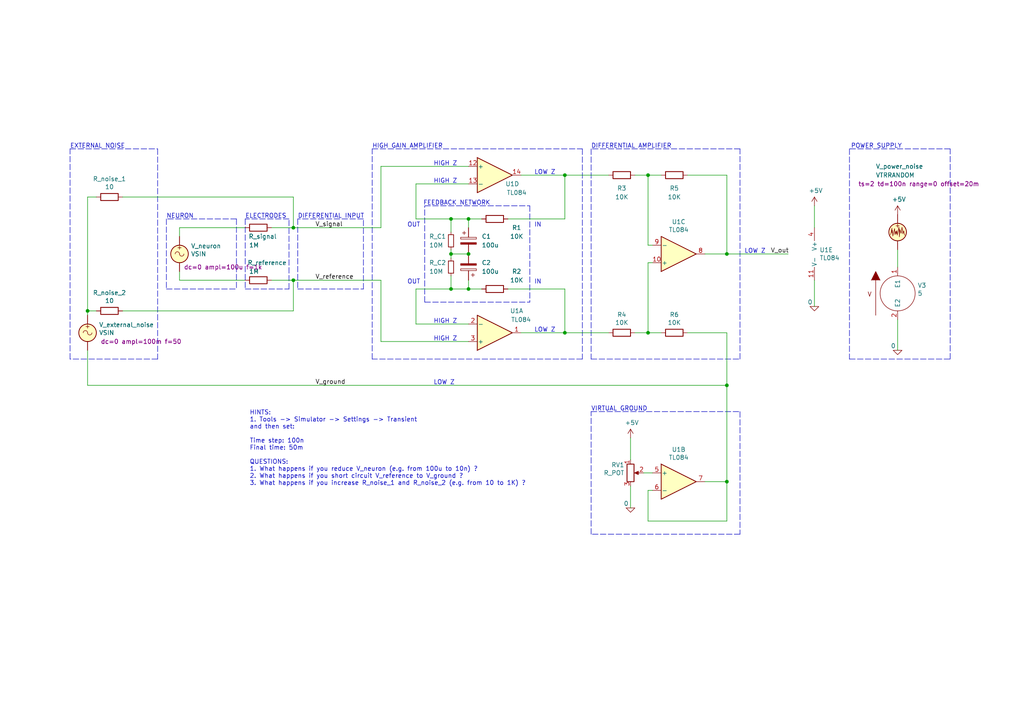
<source format=kicad_sch>
(kicad_sch (version 20211123) (generator eeschema)
  (paper "A4")
  (title_block (title "Bioamplifier") (date "2022-01-26") (rev "v 1.0") (comment 1 "Erik Zorzin"))
  (lib_symbols
    (symbol "Amplifier_Operational:TL084" (pin_names (offset 0.127))
      (property "Reference" "U" (at 0 5.08 0))
      (property "Value" "TL084" (at 0 -5.08 0))
      (symbol "TL084_1_1"
        (polyline (pts (xy -5.08 5.08) (xy 5.08 0) (xy -5.08 -5.08) (xy -5.08 5.08)) (stroke (width 0.254)) (fill (type background)))
        (pin output line (at 7.62 0 180) (length 2.54) (name "~") (number "1"))
        (pin input line (at -7.62 -2.54 0) (length 2.54) (name "-") (number "2"))
        (pin input line (at -7.62 2.54 0) (length 2.54) (name "+") (number "3"))
      )
      (symbol "TL084_2_1"
        (polyline (pts (xy -5.08 5.08) (xy 5.08 0) (xy -5.08 -5.08) (xy -5.08 5.08)) (stroke (width 0.254)) (fill (type background)))
        (pin input line (at -7.62 2.54 0) (length 2.54) (name "+") (number "5"))
        (pin input line (at -7.62 -2.54 0) (length 2.54) (name "-") (number "6"))
        (pin output line (at 7.62 0 180) (length 2.54) (name "~") (number "7"))
      )
      (symbol "TL084_3_1"
        (polyline (pts (xy -5.08 5.08) (xy 5.08 0) (xy -5.08 -5.08) (xy -5.08 5.08)) (stroke (width 0.254)) (fill (type background)))
        (pin input line (at -7.62 2.54 0) (length 2.54) (name "+") (number "10"))
        (pin output line (at 7.62 0 180) (length 2.54) (name "~") (number "8"))
        (pin input line (at -7.62 -2.54 0) (length 2.54) (name "-") (number "9"))
      )
      (symbol "TL084_4_1"
        (polyline (pts (xy -5.08 5.08) (xy 5.08 0) (xy -5.08 -5.08) (xy -5.08 5.08)) (stroke (width 0.254)) (fill (type background)))
        (pin input line (at -7.62 2.54 0) (length 2.54) (name "+") (number "12"))
        (pin input line (at -7.62 -2.54 0) (length 2.54) (name "-") (number "13"))
        (pin output line (at 7.62 0 180) (length 2.54) (name "~") (number "14"))
      )
      (symbol "TL084_5_1"
        (pin power_in line (at -2.54 -7.62 90) (length 3.81) (name "V-") (number "11"))
        (pin power_in line (at -2.54 7.62 270) (length 3.81) (name "V+") (number "4"))
      )
    )
    (symbol "Device:CP" (pin_numbers hide) (pin_names (offset 0.254))
      (property "Reference" "C" (at 0.635 2.54 0))
      (property "Value" "Device_CP" (at 0.635 -2.54 0))
      (symbol "CP_0_1"
        (rectangle (start -2.286 0.508) (end 2.286 1.016))
        (polyline (pts (xy -1.778 2.286) (xy -0.762 2.286)))
        (polyline (pts (xy -1.27 2.794) (xy -1.27 1.778)))
        (rectangle (start 2.286 -0.508) (end -2.286 -1.016) (fill (type outline)))
      )
      (symbol "CP_1_1"
        (pin passive line (at 0 3.81 270) (length 2.794) (name "~") (number "1"))
        (pin passive line (at 0 -3.81 90) (length 2.794) (name "~") (number "2"))
      )
    )
    (symbol "Device:R" (pin_numbers hide) (pin_names (offset 0))
      (property "Reference" "R" (at 2.032 0 90))
      (property "Value" "R" (at 0 0 90))
      (symbol "R_0_1"
        (rectangle (start -1.016 -2.54) (end 1.016 2.54) (stroke (width 0.254)))
      )
      (symbol "R_1_1"
        (pin passive line (at 0 3.81 270) (length 1.27) (name "~") (number "1"))
        (pin passive line (at 0 -3.81 90) (length 1.27) (name "~") (number "2"))
      )
    )
    (symbol "Device:R_POT" (pin_names (offset 1.016) hide)
      (property "Reference" "RV" (at -4.445 0 90))
      (property "Value" "Device_R_POT" (at -2.54 0 90))
      (symbol "R_POT_0_1"
        (polyline (pts (xy 2.54 0) (xy 1.524 0)))
        (polyline (pts (xy 1.143 0) (xy 2.286 0.508) (xy 2.286 -0.508) (xy 1.143 0)) (fill (type outline)))
        (rectangle (start 1.016 2.54) (end -1.016 -2.54) (stroke (width 0.254)))
      )
      (symbol "R_POT_1_1"
        (pin passive line (at 0 3.81 270) (length 1.27) (name "1") (number "1"))
        (pin passive line (at 3.81 0 180) (length 1.27) (name "2") (number "2"))
        (pin passive line (at 0 -3.81 90) (length 1.27) (name "3") (number "3"))
      )
    )
    (symbol "Device:R_Small" (pin_numbers hide) (pin_names (offset 0.254) hide)
      (property "Reference" "R" (at 0.762 0.508 0))
      (property "Value" "R_Small" (at 0.762 -1.016 0))
      (symbol "R_Small_0_1"
        (rectangle (start -0.762 1.778) (end 0.762 -1.778) (stroke (width 0.2032)))
      )
      (symbol "R_Small_1_1"
        (pin passive line (at 0 2.54 270) (length 0.762) (name "~") (number "1"))
        (pin passive line (at 0 -2.54 90) (length 0.762) (name "~") (number "2"))
      )
    )
    (symbol "Simulation_SPICE:VSIN" (pin_numbers hide) (pin_names (offset 0.0254))
      (property "Reference" "V" (at 2.54 2.54 0))
      (property "Value" "VSIN" (at 2.54 0 0))
      (property "Spice_Model" "sin(0 1 1k)" (at 2.54 -2.54 0))
      (symbol "VSIN_0_0"
        (arc (start 0 0) (mid -0.635 0.635) (end -1.27 0))
        (arc (start 0 0) (mid 0.635 -0.635) (end 1.27 0))
        (text "+" (at 0 1.905 0) (effects (font (size 1.27 1.27))))
      )
      (symbol "VSIN_0_1"
        (circle (center 0 0) (radius 2.54) (stroke (width 0.254)) (fill (type background)))
      )
      (symbol "VSIN_1_1"
        (pin passive line (at 0 5.08 270) (length 2.54) (name "~") (number "1"))
        (pin passive line (at 0 -5.08 90) (length 2.54) (name "~") (number "2"))
      )
    )
    (symbol "Simulation_SPICE:VTRRANDOM" (pin_numbers hide) (pin_names (offset 0.0254))
      (property "Reference" "V" (at 2.54 2.54 0))
      (property "Value" "VTRRANDOM" (at 2.54 0 0))
      (property "Spice_Model" "trrandom(2 10m 0 1)" (at 2.54 -2.54 0))
      (symbol "VTRRANDOM_0_0"
        (text "+" (at 0 1.905 0) (effects (font (size 1.27 1.27))))
      )
      (symbol "VTRRANDOM_0_1"
        (polyline (pts (xy -2.032 -0.762) (xy -1.651 1.143) (xy -1.651 -0.254) (xy -1.524 0.508) (xy -1.397 -1.143) (xy -0.889 1.016) (xy -0.762 -0.762) (xy -0.508 0.254) (xy -0.381 -0.508) (xy -0.254 0.381) (xy -0.127 -0.889) (xy 0.381 1.397) (xy 0.508 -1.397) (xy 0.635 0.762) (xy 1.016 -0.381) (xy 1.27 1.397) (xy 1.524 -0.508) (xy 1.778 0.381) (xy 2.032 -0.889)))
        (circle (center 0 0) (radius 2.54) (stroke (width 0.254)) (fill (type background)))
      )
      (symbol "VTRRANDOM_1_1"
        (pin passive line (at 0 5.08 270) (length 2.54) (name "~") (number "1"))
        (pin passive line (at 0 -5.08 90) (length 2.54) (name "~") (number "2"))
      )
    )
    (symbol "power:+5V" (power) (pin_names (offset 0))
      (property "Value" "+5V" (at 0 3.556 0))
      (symbol "+5V_0_1"
        (polyline (pts (xy -0.762 1.27) (xy 0 2.54)))
        (polyline (pts (xy 0 0) (xy 0 2.54)))
        (polyline (pts (xy 0 2.54) (xy 0.762 1.27)))
      )
      (symbol "+5V_1_1"
        (pin power_in line (at 0 0 90) (length 0) hide (name "+5V") (number "1"))
      )
    )
    (symbol "pspice:0" (power) (pin_names (offset 0))
      (property "Value" "0" (at 0 -1.778 0))
      (symbol "0_0_1"
        (polyline (pts (xy -1.27 0) (xy 0 -1.27) (xy 1.27 0) (xy -1.27 0)))
      )
      (symbol "0_1_1"
        (pin power_in line (at 0 0 0) (length 0) hide (name "0") (number "1"))
      )
    )
    (symbol "pspice:VSOURCE" (pin_names (offset 1.016))
      (property "Reference" "V" (at -6.35 7.62 0))
      (property "Value" "VSOURCE" (at 0 0 0))
      (symbol "VSOURCE_0_1"
        (polyline (pts (xy -6.35 -6.35) (xy -6.35 3.81)) (fill (type outline)))
        (polyline (pts (xy -7.62 3.81) (xy -6.35 6.35) (xy -5.08 3.81)) (fill (type outline)))
        (circle (center 0 0) (radius 5.08))
        (text "V" (at -8.128 -0.254 0) (effects (font (size 1.27 1.27))))
      )
      (symbol "VSOURCE_1_1"
        (pin input line (at 0 7.62 270) (length 2.54) (name "E1") (number "1"))
        (pin input line (at 0 -7.62 90) (length 2.54) (name "E2") (number "2"))
      )
    )
  )
  (junction (at 85.09 66.04))
  (junction (at 210.82 139.7))
  (junction (at 25.4 90.17))
  (junction (at 187.96 96.52))
  (junction (at 135.89 63.5))
  (junction (at 135.89 83.82))
  (junction (at 130.81 83.82))
  (junction (at 135.89 73.66))
  (junction (at 85.09 81.28))
  (junction (at 187.96 50.8))
  (junction (at 163.83 96.52))
  (junction (at 210.82 111.76))
  (junction (at 210.82 73.66))
  (junction (at 130.81 73.66))
  (junction (at 163.83 50.8))
  (junction (at 130.81 63.5))
  (polyline (pts (xy 246.38 104.14) (xy 275.59 104.14)))
  (polyline (pts (xy 107.95 104.14) (xy 107.95 43.18)))
  (wire (pts (xy 52.07 66.04) (xy 52.07 68.58)))
  (wire (pts (xy 120.65 83.82) (xy 120.65 93.98)))
  (wire (pts (xy 110.49 66.04) (xy 110.49 48.26)))
  (polyline (pts (xy 86.36 83.82) (xy 105.41 83.82)))
  (wire (pts (xy 204.47 73.66) (xy 210.82 73.66)))
  (wire (pts (xy 52.07 66.04) (xy 71.12 66.04)))
  (polyline (pts (xy 168.91 43.18) (xy 168.91 104.14)))
  (polyline (pts (xy 71.12 63.5) (xy 71.12 83.82)))
  (wire (pts (xy 25.4 57.15) (xy 27.94 57.15)))
  (wire (pts (xy 187.96 76.2) (xy 189.23 76.2)))
  (wire (pts (xy 187.96 50.8) (xy 191.77 50.8)))
  (wire (pts (xy 130.81 80.01) (xy 130.81 83.82)))
  (wire (pts (xy 52.07 81.28) (xy 71.12 81.28)))
  (wire (pts (xy 78.74 81.28) (xy 85.09 81.28)))
  (wire (pts (xy 184.15 96.52) (xy 187.96 96.52)))
  (polyline (pts (xy 45.72 104.14) (xy 20.32 104.14)))
  (polyline (pts (xy 168.91 104.14) (xy 107.95 104.14)))
  (polyline (pts (xy 171.45 154.94) (xy 171.45 119.38)))
  (wire (pts (xy 186.69 137.16) (xy 189.23 137.16)))
  (wire (pts (xy 187.96 71.12) (xy 189.23 71.12)))
  (wire (pts (xy 260.35 77.47) (xy 260.35 72.39)))
  (polyline (pts (xy 71.12 83.82) (xy 83.82 83.82)))
  (wire (pts (xy 151.13 96.52) (xy 163.83 96.52)))
  (polyline (pts (xy 107.95 43.18) (xy 168.91 43.18)))
  (polyline (pts (xy 171.45 43.18) (xy 171.45 104.14)))
  (wire (pts (xy 25.4 90.17) (xy 25.4 57.15)))
  (wire (pts (xy 135.89 81.28) (xy 135.89 83.82)))
  (wire (pts (xy 210.82 73.66) (xy 210.82 50.8)))
  (wire (pts (xy 130.81 83.82) (xy 120.65 83.82)))
  (polyline (pts (xy 105.41 63.5) (xy 86.36 63.5)))
  (wire (pts (xy 120.65 93.98) (xy 135.89 93.98)))
  (wire (pts (xy 187.96 142.24) (xy 187.96 151.13)))
  (wire (pts (xy 139.7 63.5) (xy 135.89 63.5)))
  (wire (pts (xy 189.23 142.24) (xy 187.96 142.24)))
  (wire (pts (xy 120.65 53.34) (xy 135.89 53.34)))
  (polyline (pts (xy 153.67 59.69) (xy 153.67 87.63)))
  (wire (pts (xy 110.49 99.06) (xy 135.89 99.06)))
  (polyline (pts (xy 105.41 83.82) (xy 105.41 63.5)))
  (polyline (pts (xy 275.59 43.18) (xy 246.38 43.18)))
  (polyline (pts (xy 214.63 43.18) (xy 171.45 43.18)))
  (wire (pts (xy 163.83 83.82) (xy 163.83 96.52)))
  (wire (pts (xy 85.09 90.17) (xy 85.09 81.28)))
  (wire (pts (xy 147.32 63.5) (xy 163.83 63.5)))
  (wire (pts (xy 130.81 83.82) (xy 135.89 83.82)))
  (polyline (pts (xy 68.58 63.5) (xy 68.58 83.82)))
  (polyline (pts (xy 171.45 119.38) (xy 214.63 119.38)))
  (wire (pts (xy 210.82 151.13) (xy 210.82 139.7)))
  (wire (pts (xy 163.83 50.8) (xy 176.53 50.8)))
  (wire (pts (xy 199.39 50.8) (xy 210.82 50.8)))
  (wire (pts (xy 236.22 81.28) (xy 236.22 88.9)))
  (wire (pts (xy 187.96 151.13) (xy 210.82 151.13)))
  (wire (pts (xy 130.81 63.5) (xy 120.65 63.5)))
  (wire (pts (xy 187.96 96.52) (xy 191.77 96.52)))
  (polyline (pts (xy 83.82 83.82) (xy 83.82 63.5)))
  (polyline (pts (xy 45.72 43.18) (xy 45.72 104.14)))
  (wire (pts (xy 260.35 92.71) (xy 260.35 101.6)))
  (wire (pts (xy 27.94 90.17) (xy 25.4 90.17)))
  (wire (pts (xy 147.32 83.82) (xy 163.83 83.82)))
  (polyline (pts (xy 48.26 83.82) (xy 68.58 83.82)))
  (wire (pts (xy 139.7 83.82) (xy 135.89 83.82)))
  (polyline (pts (xy 214.63 119.38) (xy 214.63 154.94)))
  (wire (pts (xy 110.49 81.28) (xy 110.49 99.06)))
  (wire (pts (xy 130.81 73.66) (xy 135.89 73.66)))
  (wire (pts (xy 52.07 78.74) (xy 52.07 81.28)))
  (wire (pts (xy 35.56 90.17) (xy 85.09 90.17)))
  (polyline (pts (xy 214.63 104.14) (xy 214.63 43.18)))
  (wire (pts (xy 236.22 59.69) (xy 236.22 66.04)))
  (polyline (pts (xy 123.19 87.63) (xy 123.19 59.69)))
  (wire (pts (xy 35.56 57.15) (xy 85.09 57.15)))
  (wire (pts (xy 110.49 48.26) (xy 135.89 48.26)))
  (wire (pts (xy 25.4 111.76) (xy 210.82 111.76)))
  (polyline (pts (xy 246.38 43.18) (xy 246.38 104.14)))
  (wire (pts (xy 85.09 66.04) (xy 110.49 66.04)))
  (wire (pts (xy 151.13 50.8) (xy 163.83 50.8)))
  (polyline (pts (xy 275.59 104.14) (xy 275.59 43.18)))
  (polyline (pts (xy 20.32 43.18) (xy 45.72 43.18)))
  (polyline (pts (xy 123.19 59.69) (xy 153.67 59.69)))
  (wire (pts (xy 120.65 63.5) (xy 120.65 53.34)))
  (wire (pts (xy 85.09 81.28) (xy 110.49 81.28)))
  (polyline (pts (xy 214.63 154.94) (xy 171.45 154.94)))
  (wire (pts (xy 25.4 91.44) (xy 25.4 90.17)))
  (wire (pts (xy 210.82 111.76) (xy 210.82 139.7)))
  (wire (pts (xy 182.88 140.97) (xy 182.88 147.32)))
  (polyline (pts (xy 171.45 104.14) (xy 214.63 104.14)))
  (wire (pts (xy 187.96 76.2) (xy 187.96 96.52)))
  (wire (pts (xy 210.82 96.52) (xy 210.82 111.76)))
  (polyline (pts (xy 20.32 104.14) (xy 20.32 43.18)))
  (wire (pts (xy 130.81 63.5) (xy 135.89 63.5)))
  (wire (pts (xy 163.83 63.5) (xy 163.83 50.8)))
  (polyline (pts (xy 123.19 87.63) (xy 153.67 87.63)))
  (wire (pts (xy 25.4 101.6) (xy 25.4 111.76)))
  (wire (pts (xy 199.39 96.52) (xy 210.82 96.52)))
  (wire (pts (xy 130.81 67.31) (xy 130.81 63.5)))
  (polyline (pts (xy 68.58 63.5) (xy 48.26 63.5)))
  (polyline (pts (xy 48.26 63.5) (xy 48.26 83.82)))
  (wire (pts (xy 184.15 50.8) (xy 187.96 50.8)))
  (wire (pts (xy 78.74 66.04) (xy 85.09 66.04)))
  (wire (pts (xy 130.81 73.66) (xy 130.81 74.93)))
  (wire (pts (xy 182.88 127) (xy 182.88 133.35)))
  (wire (pts (xy 210.82 139.7) (xy 204.47 139.7)))
  (wire (pts (xy 187.96 50.8) (xy 187.96 71.12)))
  (polyline (pts (xy 83.82 63.5) (xy 71.12 63.5)))
  (wire (pts (xy 130.81 72.39) (xy 130.81 73.66)))
  (wire (pts (xy 210.82 73.66) (xy 228.6 73.66)))
  (wire (pts (xy 135.89 66.04) (xy 135.89 63.5)))
  (polyline (pts (xy 86.36 63.5) (xy 86.36 83.82)))
  (wire (pts (xy 85.09 57.15) (xy 85.09 66.04)))
  (wire (pts (xy 163.83 96.52) (xy 176.53 96.52)))
  (text "LOW Z" (at 125.73 111.76 0) (effects (font (size 1.27 1.27)) (justify left bottom)))
  (text "DIFFERENTIAL INPUT" (at 86.36 63.5 0) (effects (font (size 1.27 1.27)) (justify left bottom)))
  (text "HIGH Z" (at 125.73 53.34 0) (effects (font (size 1.27 1.27)) (justify left bottom)))
  (text "LOW Z" (at 215.9 73.66 0) (effects (font (size 1.27 1.27)) (justify left bottom)))
  (text "POWER SUPPLY" (at 261.62 43.18 180) (effects (font (size 1.27 1.27)) (justify right bottom)))
  (text "NEURON" (at 48.26 63.5 0) (effects (font (size 1.27 1.27)) (justify left bottom)))
  (text "EXTERNAL NOISE" (at 20.32 43.18 0) (effects (font (size 1.27 1.27)) (justify left bottom)))
  (text "LOW Z" (at 154.94 50.8 0) (effects (font (size 1.27 1.27)) (justify left bottom)))
  (text "HINTS:\n1. Tools -> Simulator -> Settings -> Transient\nand then set:\n\nTime step: 100n\nFinal time: 50m\n\nQUESTIONS:\n1. What happens if you reduce V_neuron (e.g. from 100u to 10n) ?\n2. What happens if you short circuit V_reference to V_ground ?\n3. What happens if you increase R_noise_1 and R_noise_2 (e.g. from 10 to 1K) ?" (at 72.39 140.97 0) (effects (font (size 1.27 1.27)) (justify left bottom)))
  (text "IN" (at 154.94 66.04 0) (effects (font (size 1.27 1.27)) (justify left bottom)))
  (text "VIRTUAL GROUND" (at 171.45 119.38 0) (effects (font (size 1.27 1.27)) (justify left bottom)))
  (text "HIGH Z" (at 125.73 48.26 0) (effects (font (size 1.27 1.27)) (justify left bottom)))
  (text "FEEDBACK NETWORK" (at 142.24 59.69 180) (effects (font (size 1.27 1.27)) (justify right bottom)))
  (text "HIGH GAIN AMPLIFIER" (at 107.95 43.18 0) (effects (font (size 1.27 1.27)) (justify left bottom)))
  (text "IN" (at 154.94 82.55 0) (effects (font (size 1.27 1.27)) (justify left bottom)))
  (text "HIGH Z" (at 125.73 93.98 0) (effects (font (size 1.27 1.27)) (justify left bottom)))
  (text "LOW Z" (at 154.94 96.52 0) (effects (font (size 1.27 1.27)) (justify left bottom)))
  (text "DIFFERENTIAL AMPLIFIER" (at 171.45 43.18 0) (effects (font (size 1.27 1.27)) (justify left bottom)))
  (text "OUT" (at 118.11 82.55 0) (effects (font (size 1.27 1.27)) (justify left bottom)))
  (text "HIGH Z" (at 125.73 99.06 0) (effects (font (size 1.27 1.27)) (justify left bottom)))
  (text "ELECTRODES" (at 71.12 63.5 0) (effects (font (size 1.27 1.27)) (justify left bottom)))
  (text "OUT" (at 118.11 66.04 0) (effects (font (size 1.27 1.27)) (justify left bottom)))
  (label "V_ground" (at 91.44 111.76 0))
  (label "V_out" (at 223.52 73.66 0))
  (label "V_reference" (at 91.44 81.28 0))
  (label "V_signal" (at 91.44 66.04 0))
  (symbol (lib_id "Amplifier_Operational:TL084") (at 143.51 96.52 0) (mirror x) (unit 1)
    (property "Reference" "U1" (at 149.86 90.17 0))
    (property "Value" "TL084" (at 151.13 92.71 0))
    (property "Datasheet" "http://www.ti.com/lit/ds/symlink/tl081.pdf" (effects hide))
    (property "Spice_Primitive" "X" (effects hide))
    (property "Spice_Model" "TL084-quad" (effects hide))
    (property "Spice_Netlist_Enabled" "Y" (effects hide))
    (property "Spice_Lib_File" "TL084-quad.lib" (effects hide))
  )
  (symbol (lib_id "Amplifier_Operational:TL084") (at 196.85 139.7 0) (unit 2)
    (property "Reference" "U1" (at 196.85 130.3782 0))
    (property "Value" "TL084" (at 196.85 132.6896 0))
    (property "Datasheet" "http://www.ti.com/lit/ds/symlink/tl081.pdf" (effects hide))
    (property "Spice_Primitive" "X" (effects hide))
    (property "Spice_Model" "TL084-quad" (effects hide))
    (property "Spice_Netlist_Enabled" "Y" (effects hide))
    (property "Spice_Lib_File" "TL084-quad.lib" (effects hide))
  )
  (symbol (lib_id "Amplifier_Operational:TL084") (at 196.85 73.66 0) (mirror x) (unit 3)
    (property "Reference" "U1" (at 196.85 64.3382 0))
    (property "Value" "TL084" (at 196.85 66.6496 0))
    (property "Datasheet" "http://www.ti.com/lit/ds/symlink/tl081.pdf" (effects hide))
    (property "Spice_Primitive" "X" (effects hide))
    (property "Spice_Model" "TL084-quad" (effects hide))
    (property "Spice_Netlist_Enabled" "Y" (effects hide))
    (property "Spice_Lib_File" "TL084-quad.lib" (effects hide))
  )
  (symbol (lib_id "Amplifier_Operational:TL084") (at 143.51 50.8 0) (unit 4)
    (property "Reference" "U1" (at 148.59 53.34 0))
    (property "Value" "TL084" (at 149.86 55.88 0))
    (property "Datasheet" "http://www.ti.com/lit/ds/symlink/tl081.pdf" (effects hide))
    (property "Spice_Primitive" "X" (effects hide))
    (property "Spice_Model" "TL084-quad" (effects hide))
    (property "Spice_Netlist_Enabled" "Y" (effects hide))
    (property "Spice_Lib_File" "TL084-quad.lib" (effects hide))
  )
  (symbol (lib_id "Amplifier_Operational:TL084") (at 238.76 73.66 0) (unit 5)
    (property "Reference" "U1" (at 237.6932 72.4916 0) (effects (justify left)))
    (property "Value" "TL084" (at 237.6932 74.803 0) (effects (justify left)))
    (property "Datasheet" "http://www.ti.com/lit/ds/symlink/tl081.pdf" (effects hide))
    (property "Spice_Primitive" "X" (effects hide))
    (property "Spice_Model" "TL084-quad" (effects hide))
    (property "Spice_Netlist_Enabled" "Y" (effects hide))
    (property "Spice_Lib_File" "TL084-quad.lib" (effects hide))
  )
  (symbol (lib_id "Device:R_POT") (at 182.88 137.16 0) (unit 1)
    (property "Reference" "RV1" (at 181.102 134.8486 0) (effects (justify right)))
    (property "Value" "R_POT" (at 181.102 137.16 0) (effects (justify right)))
    (property "Spice_Primitive" "X" (effects hide))
    (property "Spice_Model" "POT VALUE=10k SET=0.5" (at 209.55 127 0) (effects (justify right)))
    (property "Spice_Netlist_Enabled" "Y" (effects hide))
    (property "Spice_Lib_File" "POT.lib" (effects hide))
  )
  (symbol (lib_id "pspice:0") (at 182.88 147.32 0) (unit 1)
    (property "Reference" "#GND01" (effects hide))
    (property "Value" "0" (at 181.61 146.05 0))
  )
  (symbol (lib_id "power:+5V") (at 182.88 127 0) (unit 1)
    (property "Reference" "#PWR01" (effects hide))
    (property "Value" "+5V" (at 183.261 122.6058 0))
  )
  (symbol (lib_id "Device:R") (at 195.58 96.52 90) (unit 1)
    (property "Reference" "R6" (at 195.58 91.2622 90))
    (property "Value" "10K" (at 195.58 93.5736 90))
  )
  (symbol (lib_id "Device:R") (at 143.51 63.5 90) (unit 1)
    (property "Reference" "R1" (at 149.86 66.04 90))
    (property "Value" "10K" (at 149.86 68.58 90))
  )
  (symbol (lib_id "Device:R") (at 195.58 50.8 90) (unit 1)
    (property "Reference" "R5" (at 195.58 54.61 90))
    (property "Value" "10K" (at 195.58 57.15 90))
  )
  (symbol (lib_id "Device:R") (at 180.34 96.52 90) (unit 1)
    (property "Reference" "R4" (at 180.34 91.2622 90))
    (property "Value" "10K" (at 180.34 93.5736 90))
  )
  (symbol (lib_id "Device:R") (at 180.34 50.8 90) (unit 1)
    (property "Reference" "R3" (at 180.34 54.61 90))
    (property "Value" "10K" (at 180.34 57.15 90))
  )
  (symbol (lib_id "Device:R") (at 143.51 83.82 90) (unit 1)
    (property "Reference" "R2" (at 149.86 78.74 90))
    (property "Value" "10K" (at 149.86 81.28 90))
  )
  (symbol (lib_id "Device:CP") (at 135.89 69.85 0) (unit 1)
    (property "Reference" "C1" (at 139.7 68.58 0) (effects (justify left)))
    (property "Value" "100u" (at 139.7 71.12 0) (effects (justify left)))
  )
  (symbol (lib_id "Device:CP") (at 135.89 77.47 180) (unit 1)
    (property "Reference" "C2" (at 139.7 76.2 0) (effects (justify right)))
    (property "Value" "100u" (at 139.7 78.74 0) (effects (justify right)))
  )
  (symbol (lib_id "pspice:0") (at 236.22 88.9 0) (unit 1)
    (property "Reference" "#GND02" (effects hide))
    (property "Value" "0" (at 234.95 87.63 0))
  )
  (symbol (lib_id "power:+5V") (at 236.22 59.69 0) (unit 1)
    (property "Reference" "#PWR02" (effects hide))
    (property "Value" "+5V" (at 236.601 55.2958 0))
  )
  (symbol (lib_id "pspice:VSOURCE") (at 260.35 85.09 0) (unit 1)
    (property "Reference" "V3" (at 266.1412 82.7786 0) (effects (justify left)))
    (property "Value" "VSOURCE" (at 266.1412 85.09 0) (effects (justify left)))
    (property "Spice_Primitive" "V" (effects hide))
    (property "Spice_Model" "dc 5" (at 266.1412 87.4014 0) (effects (justify left)))
    (property "Spice_Netlist_Enabled" "Y" (effects hide))
  )
  (symbol (lib_id "power:+5V") (at 260.35 62.23 0) (unit 1)
    (property "Reference" "#PWR03" (effects hide))
    (property "Value" "+5V" (at 260.731 57.8358 0))
  )
  (symbol (lib_id "pspice:0") (at 260.35 101.6 0) (unit 1)
    (property "Reference" "#GND03" (effects hide))
    (property "Value" "0" (at 259.08 100.33 0))
  )
  (symbol (lib_id "Simulation_SPICE:VSIN") (at 52.07 73.66 0) (unit 1)
    (property "Reference" "V_neuron" (at 55.372 71.3486 0) (effects (justify left)))
    (property "Value" "VSIN" (at 55.372 73.66 0) (effects (justify left)))
    (property "Spice_Netlist_Enabled" "Y" (effects hide))
    (property "Spice_Primitive" "V" (effects hide))
    (property "Spice_Model" "sin(0 100u 1k)" (at 53.34 77.47 0) (effects (justify left)))
  )
  (symbol (lib_id "Simulation_SPICE:VSIN") (at 25.4 96.52 0) (unit 1)
    (property "Reference" "V_external_noise" (at 28.702 94.2086 0) (effects (justify left)))
    (property "Value" "VSIN" (at 28.702 96.52 0) (effects (justify left)))
    (property "Spice_Netlist_Enabled" "Y" (effects hide))
    (property "Spice_Primitive" "V" (effects hide))
    (property "Spice_Model" "sin(0 100m 50)" (at 29.21 99.06 0) (effects (justify left)))
  )
  (symbol (lib_id "Device:R_Small") (at 130.81 69.85 0) (unit 1)
    (property "Reference" "R_C1" (at 124.46 68.58 0) (effects (justify left)))
    (property "Value" "10M" (at 124.46 71.12 0) (effects (justify left)))
  )
  (symbol (lib_id "Device:R_Small") (at 130.81 77.47 0) (unit 1)
    (property "Reference" "R_C2" (at 124.46 76.2 0) (effects (justify left)))
    (property "Value" "10M" (at 124.46 78.74 0) (effects (justify left)))
  )
  (symbol (lib_id "Device:R") (at 31.75 57.15 270) (unit 1)
    (property "Reference" "R_noise_1" (at 31.75 51.8922 90))
    (property "Value" "10" (at 31.75 54.2036 90))
  )
  (symbol (lib_id "Device:R") (at 74.93 66.04 270) (unit 1)
    (property "Reference" "R_signal" (at 76.2 68.58 90))
    (property "Value" "1M" (at 73.66 71.12 90))
  )
  (symbol (lib_id "Device:R") (at 74.93 81.28 270) (unit 1)
    (property "Reference" "R_reference" (at 77.47 76.2 90))
    (property "Value" "1M" (at 73.66 78.74 90))
  )
  (symbol (lib_id "Device:R") (at 31.75 90.17 270) (unit 1)
    (property "Reference" "R_noise_2" (at 31.75 84.9122 90))
    (property "Value" "10" (at 31.75 87.2236 90))
  )
  (symbol (lib_id "Simulation_SPICE:VTRRANDOM") (at 260.35 67.31 0) (unit 1)
    (property "Reference" "V_power_noise" (at 254 48.26 0) (effects (justify left)))
    (property "Value" "VTRRANDOM" (at 254 50.8 0) (effects (justify left)))
    (property "Spice_Netlist_Enabled" "Y" (effects hide))
    (property "Spice_Primitive" "V" (effects hide))
    (property "Spice_Model" "trrandom(2 100n 0 20m)" (at 248.92 53.34 0) (effects (justify left)))
  )
)
</source>
